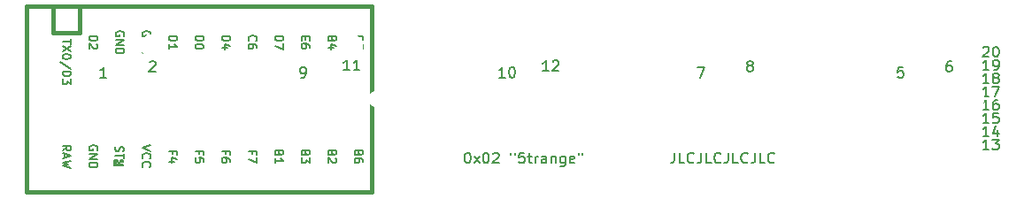
<source format=gto>
%TF.GenerationSoftware,KiCad,Pcbnew,5.99.0+really5.1.10+dfsg1-1*%
%TF.CreationDate,2021-06-06T12:45:26-04:00*%
%TF.ProjectId,5x1,3578312e-6b69-4636-9164-5f7063625858,rev?*%
%TF.SameCoordinates,Original*%
%TF.FileFunction,Legend,Top*%
%TF.FilePolarity,Positive*%
%FSLAX46Y46*%
G04 Gerber Fmt 4.6, Leading zero omitted, Abs format (unit mm)*
G04 Created by KiCad (PCBNEW 5.99.0+really5.1.10+dfsg1-1) date 2021-06-06 12:45:26*
%MOMM*%
%LPD*%
G01*
G04 APERTURE LIST*
%ADD10C,0.150000*%
%ADD11C,0.381000*%
%ADD12C,1.752600*%
%ADD13O,1.000000X1.000000*%
%ADD14C,2.250000*%
%ADD15C,3.987800*%
%ADD16C,1.750000*%
G04 APERTURE END LIST*
D10*
X40886738Y-14628880D02*
X40981976Y-14628880D01*
X41077214Y-14676500D01*
X41124833Y-14724119D01*
X41172452Y-14819357D01*
X41220071Y-15009833D01*
X41220071Y-15247928D01*
X41172452Y-15438404D01*
X41124833Y-15533642D01*
X41077214Y-15581261D01*
X40981976Y-15628880D01*
X40886738Y-15628880D01*
X40791500Y-15581261D01*
X40743880Y-15533642D01*
X40696261Y-15438404D01*
X40648642Y-15247928D01*
X40648642Y-15009833D01*
X40696261Y-14819357D01*
X40743880Y-14724119D01*
X40791500Y-14676500D01*
X40886738Y-14628880D01*
X41553404Y-15628880D02*
X42077214Y-14962214D01*
X41553404Y-14962214D02*
X42077214Y-15628880D01*
X42648642Y-14628880D02*
X42743880Y-14628880D01*
X42839119Y-14676500D01*
X42886738Y-14724119D01*
X42934357Y-14819357D01*
X42981976Y-15009833D01*
X42981976Y-15247928D01*
X42934357Y-15438404D01*
X42886738Y-15533642D01*
X42839119Y-15581261D01*
X42743880Y-15628880D01*
X42648642Y-15628880D01*
X42553404Y-15581261D01*
X42505785Y-15533642D01*
X42458166Y-15438404D01*
X42410547Y-15247928D01*
X42410547Y-15009833D01*
X42458166Y-14819357D01*
X42505785Y-14724119D01*
X42553404Y-14676500D01*
X42648642Y-14628880D01*
X43362928Y-14724119D02*
X43410547Y-14676500D01*
X43505785Y-14628880D01*
X43743880Y-14628880D01*
X43839119Y-14676500D01*
X43886738Y-14724119D01*
X43934357Y-14819357D01*
X43934357Y-14914595D01*
X43886738Y-15057452D01*
X43315309Y-15628880D01*
X43934357Y-15628880D01*
X45077214Y-14628880D02*
X45077214Y-14819357D01*
X45458166Y-14628880D02*
X45458166Y-14819357D01*
X46362928Y-14628880D02*
X45886738Y-14628880D01*
X45839119Y-15105071D01*
X45886738Y-15057452D01*
X45981976Y-15009833D01*
X46220071Y-15009833D01*
X46315309Y-15057452D01*
X46362928Y-15105071D01*
X46410547Y-15200309D01*
X46410547Y-15438404D01*
X46362928Y-15533642D01*
X46315309Y-15581261D01*
X46220071Y-15628880D01*
X45981976Y-15628880D01*
X45886738Y-15581261D01*
X45839119Y-15533642D01*
X46696261Y-14962214D02*
X47077214Y-14962214D01*
X46839119Y-14628880D02*
X46839119Y-15486023D01*
X46886738Y-15581261D01*
X46981976Y-15628880D01*
X47077214Y-15628880D01*
X47410547Y-15628880D02*
X47410547Y-14962214D01*
X47410547Y-15152690D02*
X47458166Y-15057452D01*
X47505785Y-15009833D01*
X47601023Y-14962214D01*
X47696261Y-14962214D01*
X48458166Y-15628880D02*
X48458166Y-15105071D01*
X48410547Y-15009833D01*
X48315309Y-14962214D01*
X48124833Y-14962214D01*
X48029595Y-15009833D01*
X48458166Y-15581261D02*
X48362928Y-15628880D01*
X48124833Y-15628880D01*
X48029595Y-15581261D01*
X47981976Y-15486023D01*
X47981976Y-15390785D01*
X48029595Y-15295547D01*
X48124833Y-15247928D01*
X48362928Y-15247928D01*
X48458166Y-15200309D01*
X48934357Y-14962214D02*
X48934357Y-15628880D01*
X48934357Y-15057452D02*
X48981976Y-15009833D01*
X49077214Y-14962214D01*
X49220071Y-14962214D01*
X49315309Y-15009833D01*
X49362928Y-15105071D01*
X49362928Y-15628880D01*
X50267690Y-14962214D02*
X50267690Y-15771738D01*
X50220071Y-15866976D01*
X50172452Y-15914595D01*
X50077214Y-15962214D01*
X49934357Y-15962214D01*
X49839119Y-15914595D01*
X50267690Y-15581261D02*
X50172452Y-15628880D01*
X49981976Y-15628880D01*
X49886738Y-15581261D01*
X49839119Y-15533642D01*
X49791500Y-15438404D01*
X49791500Y-15152690D01*
X49839119Y-15057452D01*
X49886738Y-15009833D01*
X49981976Y-14962214D01*
X50172452Y-14962214D01*
X50267690Y-15009833D01*
X51124833Y-15581261D02*
X51029595Y-15628880D01*
X50839119Y-15628880D01*
X50743880Y-15581261D01*
X50696261Y-15486023D01*
X50696261Y-15105071D01*
X50743880Y-15009833D01*
X50839119Y-14962214D01*
X51029595Y-14962214D01*
X51124833Y-15009833D01*
X51172452Y-15105071D01*
X51172452Y-15200309D01*
X50696261Y-15295547D01*
X51553404Y-14628880D02*
X51553404Y-14819357D01*
X51934357Y-14628880D02*
X51934357Y-14819357D01*
X60722452Y-14628880D02*
X60722452Y-15343166D01*
X60674833Y-15486023D01*
X60579595Y-15581261D01*
X60436738Y-15628880D01*
X60341500Y-15628880D01*
X61674833Y-15628880D02*
X61198642Y-15628880D01*
X61198642Y-14628880D01*
X62579595Y-15533642D02*
X62531976Y-15581261D01*
X62389119Y-15628880D01*
X62293880Y-15628880D01*
X62151023Y-15581261D01*
X62055785Y-15486023D01*
X62008166Y-15390785D01*
X61960547Y-15200309D01*
X61960547Y-15057452D01*
X62008166Y-14866976D01*
X62055785Y-14771738D01*
X62151023Y-14676500D01*
X62293880Y-14628880D01*
X62389119Y-14628880D01*
X62531976Y-14676500D01*
X62579595Y-14724119D01*
X63293880Y-14628880D02*
X63293880Y-15343166D01*
X63246261Y-15486023D01*
X63151023Y-15581261D01*
X63008166Y-15628880D01*
X62912928Y-15628880D01*
X64246261Y-15628880D02*
X63770071Y-15628880D01*
X63770071Y-14628880D01*
X65151023Y-15533642D02*
X65103404Y-15581261D01*
X64960547Y-15628880D01*
X64865309Y-15628880D01*
X64722452Y-15581261D01*
X64627214Y-15486023D01*
X64579595Y-15390785D01*
X64531976Y-15200309D01*
X64531976Y-15057452D01*
X64579595Y-14866976D01*
X64627214Y-14771738D01*
X64722452Y-14676500D01*
X64865309Y-14628880D01*
X64960547Y-14628880D01*
X65103404Y-14676500D01*
X65151023Y-14724119D01*
X65865309Y-14628880D02*
X65865309Y-15343166D01*
X65817690Y-15486023D01*
X65722452Y-15581261D01*
X65579595Y-15628880D01*
X65484357Y-15628880D01*
X66817690Y-15628880D02*
X66341500Y-15628880D01*
X66341500Y-14628880D01*
X67722452Y-15533642D02*
X67674833Y-15581261D01*
X67531976Y-15628880D01*
X67436738Y-15628880D01*
X67293880Y-15581261D01*
X67198642Y-15486023D01*
X67151023Y-15390785D01*
X67103404Y-15200309D01*
X67103404Y-15057452D01*
X67151023Y-14866976D01*
X67198642Y-14771738D01*
X67293880Y-14676500D01*
X67436738Y-14628880D01*
X67531976Y-14628880D01*
X67674833Y-14676500D01*
X67722452Y-14724119D01*
X68436738Y-14628880D02*
X68436738Y-15343166D01*
X68389119Y-15486023D01*
X68293880Y-15581261D01*
X68151023Y-15628880D01*
X68055785Y-15628880D01*
X69389119Y-15628880D02*
X68912928Y-15628880D01*
X68912928Y-14628880D01*
X70293880Y-15533642D02*
X70246261Y-15581261D01*
X70103404Y-15628880D01*
X70008166Y-15628880D01*
X69865309Y-15581261D01*
X69770071Y-15486023D01*
X69722452Y-15390785D01*
X69674833Y-15200309D01*
X69674833Y-15057452D01*
X69722452Y-14866976D01*
X69770071Y-14771738D01*
X69865309Y-14676500D01*
X70008166Y-14628880D01*
X70103404Y-14628880D01*
X70246261Y-14676500D01*
X70293880Y-14724119D01*
X90805023Y-14358880D02*
X90233595Y-14358880D01*
X90519309Y-14358880D02*
X90519309Y-13358880D01*
X90424071Y-13501738D01*
X90328833Y-13596976D01*
X90233595Y-13644595D01*
X91138357Y-13358880D02*
X91757404Y-13358880D01*
X91424071Y-13739833D01*
X91566928Y-13739833D01*
X91662166Y-13787452D01*
X91709785Y-13835071D01*
X91757404Y-13930309D01*
X91757404Y-14168404D01*
X91709785Y-14263642D01*
X91662166Y-14311261D01*
X91566928Y-14358880D01*
X91281214Y-14358880D01*
X91185976Y-14311261D01*
X91138357Y-14263642D01*
X90805023Y-13088880D02*
X90233595Y-13088880D01*
X90519309Y-13088880D02*
X90519309Y-12088880D01*
X90424071Y-12231738D01*
X90328833Y-12326976D01*
X90233595Y-12374595D01*
X91662166Y-12422214D02*
X91662166Y-13088880D01*
X91424071Y-12041261D02*
X91185976Y-12755547D01*
X91805023Y-12755547D01*
X90805023Y-11818880D02*
X90233595Y-11818880D01*
X90519309Y-11818880D02*
X90519309Y-10818880D01*
X90424071Y-10961738D01*
X90328833Y-11056976D01*
X90233595Y-11104595D01*
X91709785Y-10818880D02*
X91233595Y-10818880D01*
X91185976Y-11295071D01*
X91233595Y-11247452D01*
X91328833Y-11199833D01*
X91566928Y-11199833D01*
X91662166Y-11247452D01*
X91709785Y-11295071D01*
X91757404Y-11390309D01*
X91757404Y-11628404D01*
X91709785Y-11723642D01*
X91662166Y-11771261D01*
X91566928Y-11818880D01*
X91328833Y-11818880D01*
X91233595Y-11771261D01*
X91185976Y-11723642D01*
X90805023Y-10548880D02*
X90233595Y-10548880D01*
X90519309Y-10548880D02*
X90519309Y-9548880D01*
X90424071Y-9691738D01*
X90328833Y-9786976D01*
X90233595Y-9834595D01*
X91662166Y-9548880D02*
X91471690Y-9548880D01*
X91376452Y-9596500D01*
X91328833Y-9644119D01*
X91233595Y-9786976D01*
X91185976Y-9977452D01*
X91185976Y-10358404D01*
X91233595Y-10453642D01*
X91281214Y-10501261D01*
X91376452Y-10548880D01*
X91566928Y-10548880D01*
X91662166Y-10501261D01*
X91709785Y-10453642D01*
X91757404Y-10358404D01*
X91757404Y-10120309D01*
X91709785Y-10025071D01*
X91662166Y-9977452D01*
X91566928Y-9929833D01*
X91376452Y-9929833D01*
X91281214Y-9977452D01*
X91233595Y-10025071D01*
X91185976Y-10120309D01*
X90805023Y-9278880D02*
X90233595Y-9278880D01*
X90519309Y-9278880D02*
X90519309Y-8278880D01*
X90424071Y-8421738D01*
X90328833Y-8516976D01*
X90233595Y-8564595D01*
X91138357Y-8278880D02*
X91805023Y-8278880D01*
X91376452Y-9278880D01*
X90805023Y-8008880D02*
X90233595Y-8008880D01*
X90519309Y-8008880D02*
X90519309Y-7008880D01*
X90424071Y-7151738D01*
X90328833Y-7246976D01*
X90233595Y-7294595D01*
X91376452Y-7437452D02*
X91281214Y-7389833D01*
X91233595Y-7342214D01*
X91185976Y-7246976D01*
X91185976Y-7199357D01*
X91233595Y-7104119D01*
X91281214Y-7056500D01*
X91376452Y-7008880D01*
X91566928Y-7008880D01*
X91662166Y-7056500D01*
X91709785Y-7104119D01*
X91757404Y-7199357D01*
X91757404Y-7246976D01*
X91709785Y-7342214D01*
X91662166Y-7389833D01*
X91566928Y-7437452D01*
X91376452Y-7437452D01*
X91281214Y-7485071D01*
X91233595Y-7532690D01*
X91185976Y-7627928D01*
X91185976Y-7818404D01*
X91233595Y-7913642D01*
X91281214Y-7961261D01*
X91376452Y-8008880D01*
X91566928Y-8008880D01*
X91662166Y-7961261D01*
X91709785Y-7913642D01*
X91757404Y-7818404D01*
X91757404Y-7627928D01*
X91709785Y-7532690D01*
X91662166Y-7485071D01*
X91566928Y-7437452D01*
X90805023Y-6738880D02*
X90233595Y-6738880D01*
X90519309Y-6738880D02*
X90519309Y-5738880D01*
X90424071Y-5881738D01*
X90328833Y-5976976D01*
X90233595Y-6024595D01*
X91281214Y-6738880D02*
X91471690Y-6738880D01*
X91566928Y-6691261D01*
X91614547Y-6643642D01*
X91709785Y-6500785D01*
X91757404Y-6310309D01*
X91757404Y-5929357D01*
X91709785Y-5834119D01*
X91662166Y-5786500D01*
X91566928Y-5738880D01*
X91376452Y-5738880D01*
X91281214Y-5786500D01*
X91233595Y-5834119D01*
X91185976Y-5929357D01*
X91185976Y-6167452D01*
X91233595Y-6262690D01*
X91281214Y-6310309D01*
X91376452Y-6357928D01*
X91566928Y-6357928D01*
X91662166Y-6310309D01*
X91709785Y-6262690D01*
X91757404Y-6167452D01*
X90233595Y-4564119D02*
X90281214Y-4516500D01*
X90376452Y-4468880D01*
X90614547Y-4468880D01*
X90709785Y-4516500D01*
X90757404Y-4564119D01*
X90805023Y-4659357D01*
X90805023Y-4754595D01*
X90757404Y-4897452D01*
X90185976Y-5468880D01*
X90805023Y-5468880D01*
X91424071Y-4468880D02*
X91519309Y-4468880D01*
X91614547Y-4516500D01*
X91662166Y-4564119D01*
X91709785Y-4659357D01*
X91757404Y-4849833D01*
X91757404Y-5087928D01*
X91709785Y-5278404D01*
X91662166Y-5373642D01*
X91614547Y-5421261D01*
X91519309Y-5468880D01*
X91424071Y-5468880D01*
X91328833Y-5421261D01*
X91281214Y-5373642D01*
X91233595Y-5278404D01*
X91185976Y-5087928D01*
X91185976Y-4849833D01*
X91233595Y-4659357D01*
X91281214Y-4564119D01*
X91328833Y-4516500D01*
X91424071Y-4468880D01*
X87185476Y-5865880D02*
X86995000Y-5865880D01*
X86899761Y-5913500D01*
X86852142Y-5961119D01*
X86756904Y-6103976D01*
X86709285Y-6294452D01*
X86709285Y-6675404D01*
X86756904Y-6770642D01*
X86804523Y-6818261D01*
X86899761Y-6865880D01*
X87090238Y-6865880D01*
X87185476Y-6818261D01*
X87233095Y-6770642D01*
X87280714Y-6675404D01*
X87280714Y-6437309D01*
X87233095Y-6342071D01*
X87185476Y-6294452D01*
X87090238Y-6246833D01*
X86899761Y-6246833D01*
X86804523Y-6294452D01*
X86756904Y-6342071D01*
X86709285Y-6437309D01*
X82597595Y-6437380D02*
X82121404Y-6437380D01*
X82073785Y-6913571D01*
X82121404Y-6865952D01*
X82216642Y-6818333D01*
X82454738Y-6818333D01*
X82549976Y-6865952D01*
X82597595Y-6913571D01*
X82645214Y-7008809D01*
X82645214Y-7246904D01*
X82597595Y-7342142D01*
X82549976Y-7389761D01*
X82454738Y-7437380D01*
X82216642Y-7437380D01*
X82121404Y-7389761D01*
X82073785Y-7342142D01*
X67849761Y-6294452D02*
X67754523Y-6246833D01*
X67706904Y-6199214D01*
X67659285Y-6103976D01*
X67659285Y-6056357D01*
X67706904Y-5961119D01*
X67754523Y-5913500D01*
X67849761Y-5865880D01*
X68040238Y-5865880D01*
X68135476Y-5913500D01*
X68183095Y-5961119D01*
X68230714Y-6056357D01*
X68230714Y-6103976D01*
X68183095Y-6199214D01*
X68135476Y-6246833D01*
X68040238Y-6294452D01*
X67849761Y-6294452D01*
X67754523Y-6342071D01*
X67706904Y-6389690D01*
X67659285Y-6484928D01*
X67659285Y-6675404D01*
X67706904Y-6770642D01*
X67754523Y-6818261D01*
X67849761Y-6865880D01*
X68040238Y-6865880D01*
X68135476Y-6818261D01*
X68183095Y-6770642D01*
X68230714Y-6675404D01*
X68230714Y-6484928D01*
X68183095Y-6389690D01*
X68135476Y-6342071D01*
X68040238Y-6294452D01*
X62912666Y-6437380D02*
X63579333Y-6437380D01*
X63150761Y-7437380D01*
X48704523Y-6802380D02*
X48133095Y-6802380D01*
X48418809Y-6802380D02*
X48418809Y-5802380D01*
X48323571Y-5945238D01*
X48228333Y-6040476D01*
X48133095Y-6088095D01*
X49085476Y-5897619D02*
X49133095Y-5850000D01*
X49228333Y-5802380D01*
X49466428Y-5802380D01*
X49561666Y-5850000D01*
X49609285Y-5897619D01*
X49656904Y-5992857D01*
X49656904Y-6088095D01*
X49609285Y-6230952D01*
X49037857Y-6802380D01*
X49656904Y-6802380D01*
X44513523Y-7437380D02*
X43942095Y-7437380D01*
X44227809Y-7437380D02*
X44227809Y-6437380D01*
X44132571Y-6580238D01*
X44037333Y-6675476D01*
X43942095Y-6723095D01*
X45132571Y-6437380D02*
X45227809Y-6437380D01*
X45323047Y-6485000D01*
X45370666Y-6532619D01*
X45418285Y-6627857D01*
X45465904Y-6818333D01*
X45465904Y-7056428D01*
X45418285Y-7246904D01*
X45370666Y-7342142D01*
X45323047Y-7389761D01*
X45227809Y-7437380D01*
X45132571Y-7437380D01*
X45037333Y-7389761D01*
X44989714Y-7342142D01*
X44942095Y-7246904D01*
X44894476Y-7056428D01*
X44894476Y-6818333D01*
X44942095Y-6627857D01*
X44989714Y-6532619D01*
X45037333Y-6485000D01*
X45132571Y-6437380D01*
X29654523Y-6738880D02*
X29083095Y-6738880D01*
X29368809Y-6738880D02*
X29368809Y-5738880D01*
X29273571Y-5881738D01*
X29178333Y-5976976D01*
X29083095Y-6024595D01*
X30606904Y-6738880D02*
X30035476Y-6738880D01*
X30321190Y-6738880D02*
X30321190Y-5738880D01*
X30225952Y-5881738D01*
X30130714Y-5976976D01*
X30035476Y-6024595D01*
X25019023Y-7437380D02*
X25209500Y-7437380D01*
X25304738Y-7389761D01*
X25352357Y-7342142D01*
X25447595Y-7199285D01*
X25495214Y-7008809D01*
X25495214Y-6627857D01*
X25447595Y-6532619D01*
X25399976Y-6485000D01*
X25304738Y-6437380D01*
X25114261Y-6437380D01*
X25019023Y-6485000D01*
X24971404Y-6532619D01*
X24923785Y-6627857D01*
X24923785Y-6865952D01*
X24971404Y-6961190D01*
X25019023Y-7008809D01*
X25114261Y-7056428D01*
X25304738Y-7056428D01*
X25399976Y-7008809D01*
X25447595Y-6961190D01*
X25495214Y-6865952D01*
X10509285Y-5961119D02*
X10556904Y-5913500D01*
X10652142Y-5865880D01*
X10890238Y-5865880D01*
X10985476Y-5913500D01*
X11033095Y-5961119D01*
X11080714Y-6056357D01*
X11080714Y-6151595D01*
X11033095Y-6294452D01*
X10461666Y-6865880D01*
X11080714Y-6865880D01*
X6381714Y-7437380D02*
X5810285Y-7437380D01*
X6096000Y-7437380D02*
X6096000Y-6437380D01*
X6000761Y-6580238D01*
X5905523Y-6675476D01*
X5810285Y-6723095D01*
D11*
%TO.C,U1*%
X3810000Y-3175000D02*
X3810000Y-635000D01*
X1270000Y-3175000D02*
X3810000Y-3175000D01*
D10*
G36*
X7559030Y-15569635D02*
G01*
X7659030Y-15569635D01*
X7659030Y-15669635D01*
X7559030Y-15669635D01*
X7559030Y-15569635D01*
G37*
X7559030Y-15569635D02*
X7659030Y-15569635D01*
X7659030Y-15669635D01*
X7559030Y-15669635D01*
X7559030Y-15569635D01*
G36*
X7159030Y-15769635D02*
G01*
X7959030Y-15769635D01*
X7959030Y-15869635D01*
X7159030Y-15869635D01*
X7159030Y-15769635D01*
G37*
X7159030Y-15769635D02*
X7959030Y-15769635D01*
X7959030Y-15869635D01*
X7159030Y-15869635D01*
X7159030Y-15769635D01*
G36*
X7759030Y-15369635D02*
G01*
X7959030Y-15369635D01*
X7959030Y-15469635D01*
X7759030Y-15469635D01*
X7759030Y-15369635D01*
G37*
X7759030Y-15369635D02*
X7959030Y-15369635D01*
X7959030Y-15469635D01*
X7759030Y-15469635D01*
X7759030Y-15369635D01*
G36*
X7159030Y-15369635D02*
G01*
X7459030Y-15369635D01*
X7459030Y-15469635D01*
X7159030Y-15469635D01*
X7159030Y-15369635D01*
G37*
X7159030Y-15369635D02*
X7459030Y-15369635D01*
X7459030Y-15469635D01*
X7159030Y-15469635D01*
X7159030Y-15369635D01*
G36*
X7159030Y-15369635D02*
G01*
X7259030Y-15369635D01*
X7259030Y-15869635D01*
X7159030Y-15869635D01*
X7159030Y-15369635D01*
G37*
X7159030Y-15369635D02*
X7259030Y-15369635D01*
X7259030Y-15869635D01*
X7159030Y-15869635D01*
X7159030Y-15369635D01*
D11*
X31750000Y-18415000D02*
X-1270000Y-18415000D01*
X31750000Y-635000D02*
X31750000Y-18415000D01*
X-1270000Y-635000D02*
X31750000Y-635000D01*
X-1270000Y-18415000D02*
X-1270000Y-635000D01*
X1270000Y-3175000D02*
X1270000Y-635000D01*
D10*
X7276190Y-14031666D02*
X7238095Y-14145952D01*
X7238095Y-14336428D01*
X7276190Y-14412619D01*
X7314285Y-14450714D01*
X7390476Y-14488809D01*
X7466666Y-14488809D01*
X7542857Y-14450714D01*
X7580952Y-14412619D01*
X7619047Y-14336428D01*
X7657142Y-14184047D01*
X7695238Y-14107857D01*
X7733333Y-14069761D01*
X7809523Y-14031666D01*
X7885714Y-14031666D01*
X7961904Y-14069761D01*
X8000000Y-14107857D01*
X8038095Y-14184047D01*
X8038095Y-14374523D01*
X8000000Y-14488809D01*
X8038095Y-14717380D02*
X8038095Y-15174523D01*
X7238095Y-14945952D02*
X8038095Y-14945952D01*
X2978095Y-3762651D02*
X2978095Y-4219794D01*
X2178095Y-3991223D02*
X2978095Y-3991223D01*
X2978095Y-4410270D02*
X2178095Y-4943604D01*
X2978095Y-4943604D02*
X2178095Y-4410270D01*
X2978095Y-5400747D02*
X2978095Y-5476937D01*
X2940000Y-5553128D01*
X2901904Y-5591223D01*
X2825714Y-5629318D01*
X2673333Y-5667413D01*
X2482857Y-5667413D01*
X2330476Y-5629318D01*
X2254285Y-5591223D01*
X2216190Y-5553128D01*
X2178095Y-5476937D01*
X2178095Y-5400747D01*
X2216190Y-5324556D01*
X2254285Y-5286461D01*
X2330476Y-5248366D01*
X2482857Y-5210270D01*
X2673333Y-5210270D01*
X2825714Y-5248366D01*
X2901904Y-5286461D01*
X2940000Y-5324556D01*
X2978095Y-5400747D01*
X3016190Y-6581699D02*
X1987619Y-5895985D01*
X2178095Y-6848366D02*
X2978095Y-6848366D01*
X2978095Y-7038842D01*
X2940000Y-7153128D01*
X2863809Y-7229318D01*
X2787619Y-7267413D01*
X2635238Y-7305508D01*
X2520952Y-7305508D01*
X2368571Y-7267413D01*
X2292380Y-7229318D01*
X2216190Y-7153128D01*
X2178095Y-7038842D01*
X2178095Y-6848366D01*
X2978095Y-7572175D02*
X2978095Y-8067413D01*
X2673333Y-7800747D01*
X2673333Y-7915032D01*
X2635238Y-7991223D01*
X2597142Y-8029318D01*
X2520952Y-8067413D01*
X2330476Y-8067413D01*
X2254285Y-8029318D01*
X2216190Y-7991223D01*
X2178095Y-7915032D01*
X2178095Y-7686461D01*
X2216190Y-7610270D01*
X2254285Y-7572175D01*
X27997142Y-14662190D02*
X27959047Y-14776476D01*
X27920952Y-14814571D01*
X27844761Y-14852666D01*
X27730476Y-14852666D01*
X27654285Y-14814571D01*
X27616190Y-14776476D01*
X27578095Y-14700285D01*
X27578095Y-14395523D01*
X28378095Y-14395523D01*
X28378095Y-14662190D01*
X28340000Y-14738380D01*
X28301904Y-14776476D01*
X28225714Y-14814571D01*
X28149523Y-14814571D01*
X28073333Y-14776476D01*
X28035238Y-14738380D01*
X27997142Y-14662190D01*
X27997142Y-14395523D01*
X28301904Y-15157428D02*
X28340000Y-15195523D01*
X28378095Y-15271714D01*
X28378095Y-15462190D01*
X28340000Y-15538380D01*
X28301904Y-15576476D01*
X28225714Y-15614571D01*
X28149523Y-15614571D01*
X28035238Y-15576476D01*
X27578095Y-15119333D01*
X27578095Y-15614571D01*
X20377142Y-14719333D02*
X20377142Y-14452666D01*
X19958095Y-14452666D02*
X20758095Y-14452666D01*
X20758095Y-14833619D01*
X20758095Y-15062190D02*
X20758095Y-15595523D01*
X19958095Y-15252666D01*
X17837142Y-14719333D02*
X17837142Y-14452666D01*
X17418095Y-14452666D02*
X18218095Y-14452666D01*
X18218095Y-14833619D01*
X18218095Y-15481238D02*
X18218095Y-15328857D01*
X18180000Y-15252666D01*
X18141904Y-15214571D01*
X18027619Y-15138380D01*
X17875238Y-15100285D01*
X17570476Y-15100285D01*
X17494285Y-15138380D01*
X17456190Y-15176476D01*
X17418095Y-15252666D01*
X17418095Y-15405047D01*
X17456190Y-15481238D01*
X17494285Y-15519333D01*
X17570476Y-15557428D01*
X17760952Y-15557428D01*
X17837142Y-15519333D01*
X17875238Y-15481238D01*
X17913333Y-15405047D01*
X17913333Y-15252666D01*
X17875238Y-15176476D01*
X17837142Y-15138380D01*
X17760952Y-15100285D01*
X15297142Y-14719333D02*
X15297142Y-14452666D01*
X14878095Y-14452666D02*
X15678095Y-14452666D01*
X15678095Y-14833619D01*
X15678095Y-15519333D02*
X15678095Y-15138380D01*
X15297142Y-15100285D01*
X15335238Y-15138380D01*
X15373333Y-15214571D01*
X15373333Y-15405047D01*
X15335238Y-15481238D01*
X15297142Y-15519333D01*
X15220952Y-15557428D01*
X15030476Y-15557428D01*
X14954285Y-15519333D01*
X14916190Y-15481238D01*
X14878095Y-15405047D01*
X14878095Y-15214571D01*
X14916190Y-15138380D01*
X14954285Y-15100285D01*
X2178095Y-14433619D02*
X2559047Y-14166952D01*
X2178095Y-13976476D02*
X2978095Y-13976476D01*
X2978095Y-14281238D01*
X2940000Y-14357428D01*
X2901904Y-14395523D01*
X2825714Y-14433619D01*
X2711428Y-14433619D01*
X2635238Y-14395523D01*
X2597142Y-14357428D01*
X2559047Y-14281238D01*
X2559047Y-13976476D01*
X2406666Y-14738380D02*
X2406666Y-15119333D01*
X2178095Y-14662190D02*
X2978095Y-14928857D01*
X2178095Y-15195523D01*
X2978095Y-15386000D02*
X2178095Y-15576476D01*
X2749523Y-15728857D01*
X2178095Y-15881238D01*
X2978095Y-16071714D01*
X5480000Y-14376476D02*
X5518095Y-14300285D01*
X5518095Y-14186000D01*
X5480000Y-14071714D01*
X5403809Y-13995523D01*
X5327619Y-13957428D01*
X5175238Y-13919333D01*
X5060952Y-13919333D01*
X4908571Y-13957428D01*
X4832380Y-13995523D01*
X4756190Y-14071714D01*
X4718095Y-14186000D01*
X4718095Y-14262190D01*
X4756190Y-14376476D01*
X4794285Y-14414571D01*
X5060952Y-14414571D01*
X5060952Y-14262190D01*
X4718095Y-14757428D02*
X5518095Y-14757428D01*
X4718095Y-15214571D01*
X5518095Y-15214571D01*
X4718095Y-15595523D02*
X5518095Y-15595523D01*
X5518095Y-15786000D01*
X5480000Y-15900285D01*
X5403809Y-15976476D01*
X5327619Y-16014571D01*
X5175238Y-16052666D01*
X5060952Y-16052666D01*
X4908571Y-16014571D01*
X4832380Y-15976476D01*
X4756190Y-15900285D01*
X4718095Y-15786000D01*
X4718095Y-15595523D01*
X10598095Y-13919333D02*
X9798095Y-14186000D01*
X10598095Y-14452666D01*
X9874285Y-15176476D02*
X9836190Y-15138380D01*
X9798095Y-15024095D01*
X9798095Y-14947904D01*
X9836190Y-14833619D01*
X9912380Y-14757428D01*
X9988571Y-14719333D01*
X10140952Y-14681238D01*
X10255238Y-14681238D01*
X10407619Y-14719333D01*
X10483809Y-14757428D01*
X10560000Y-14833619D01*
X10598095Y-14947904D01*
X10598095Y-15024095D01*
X10560000Y-15138380D01*
X10521904Y-15176476D01*
X9874285Y-15976476D02*
X9836190Y-15938380D01*
X9798095Y-15824095D01*
X9798095Y-15747904D01*
X9836190Y-15633619D01*
X9912380Y-15557428D01*
X9988571Y-15519333D01*
X10140952Y-15481238D01*
X10255238Y-15481238D01*
X10407619Y-15519333D01*
X10483809Y-15557428D01*
X10560000Y-15633619D01*
X10598095Y-15747904D01*
X10598095Y-15824095D01*
X10560000Y-15938380D01*
X10521904Y-15976476D01*
X12757142Y-14719333D02*
X12757142Y-14452666D01*
X12338095Y-14452666D02*
X13138095Y-14452666D01*
X13138095Y-14833619D01*
X12871428Y-15481238D02*
X12338095Y-15481238D01*
X13176190Y-15290761D02*
X12604761Y-15100285D01*
X12604761Y-15595523D01*
X22917142Y-14662190D02*
X22879047Y-14776476D01*
X22840952Y-14814571D01*
X22764761Y-14852666D01*
X22650476Y-14852666D01*
X22574285Y-14814571D01*
X22536190Y-14776476D01*
X22498095Y-14700285D01*
X22498095Y-14395523D01*
X23298095Y-14395523D01*
X23298095Y-14662190D01*
X23260000Y-14738380D01*
X23221904Y-14776476D01*
X23145714Y-14814571D01*
X23069523Y-14814571D01*
X22993333Y-14776476D01*
X22955238Y-14738380D01*
X22917142Y-14662190D01*
X22917142Y-14395523D01*
X22498095Y-15614571D02*
X22498095Y-15157428D01*
X22498095Y-15386000D02*
X23298095Y-15386000D01*
X23183809Y-15309809D01*
X23107619Y-15233619D01*
X23069523Y-15157428D01*
X25457142Y-14662190D02*
X25419047Y-14776476D01*
X25380952Y-14814571D01*
X25304761Y-14852666D01*
X25190476Y-14852666D01*
X25114285Y-14814571D01*
X25076190Y-14776476D01*
X25038095Y-14700285D01*
X25038095Y-14395523D01*
X25838095Y-14395523D01*
X25838095Y-14662190D01*
X25800000Y-14738380D01*
X25761904Y-14776476D01*
X25685714Y-14814571D01*
X25609523Y-14814571D01*
X25533333Y-14776476D01*
X25495238Y-14738380D01*
X25457142Y-14662190D01*
X25457142Y-14395523D01*
X25838095Y-15119333D02*
X25838095Y-15614571D01*
X25533333Y-15347904D01*
X25533333Y-15462190D01*
X25495238Y-15538380D01*
X25457142Y-15576476D01*
X25380952Y-15614571D01*
X25190476Y-15614571D01*
X25114285Y-15576476D01*
X25076190Y-15538380D01*
X25038095Y-15462190D01*
X25038095Y-15233619D01*
X25076190Y-15157428D01*
X25114285Y-15119333D01*
X30537142Y-14662190D02*
X30499047Y-14776476D01*
X30460952Y-14814571D01*
X30384761Y-14852666D01*
X30270476Y-14852666D01*
X30194285Y-14814571D01*
X30156190Y-14776476D01*
X30118095Y-14700285D01*
X30118095Y-14395523D01*
X30918095Y-14395523D01*
X30918095Y-14662190D01*
X30880000Y-14738380D01*
X30841904Y-14776476D01*
X30765714Y-14814571D01*
X30689523Y-14814571D01*
X30613333Y-14776476D01*
X30575238Y-14738380D01*
X30537142Y-14662190D01*
X30537142Y-14395523D01*
X30918095Y-15538380D02*
X30918095Y-15386000D01*
X30880000Y-15309809D01*
X30841904Y-15271714D01*
X30727619Y-15195523D01*
X30575238Y-15157428D01*
X30270476Y-15157428D01*
X30194285Y-15195523D01*
X30156190Y-15233619D01*
X30118095Y-15309809D01*
X30118095Y-15462190D01*
X30156190Y-15538380D01*
X30194285Y-15576476D01*
X30270476Y-15614571D01*
X30460952Y-15614571D01*
X30537142Y-15576476D01*
X30575238Y-15538380D01*
X30613333Y-15462190D01*
X30613333Y-15309809D01*
X30575238Y-15233619D01*
X30537142Y-15195523D01*
X30460952Y-15157428D01*
X30537142Y-3740190D02*
X30499047Y-3854476D01*
X30460952Y-3892571D01*
X30384761Y-3930666D01*
X30270476Y-3930666D01*
X30194285Y-3892571D01*
X30156190Y-3854476D01*
X30118095Y-3778285D01*
X30118095Y-3473523D01*
X30918095Y-3473523D01*
X30918095Y-3740190D01*
X30880000Y-3816380D01*
X30841904Y-3854476D01*
X30765714Y-3892571D01*
X30689523Y-3892571D01*
X30613333Y-3854476D01*
X30575238Y-3816380D01*
X30537142Y-3740190D01*
X30537142Y-3473523D01*
X30918095Y-4654476D02*
X30918095Y-4273523D01*
X30537142Y-4235428D01*
X30575238Y-4273523D01*
X30613333Y-4349714D01*
X30613333Y-4540190D01*
X30575238Y-4616380D01*
X30537142Y-4654476D01*
X30460952Y-4692571D01*
X30270476Y-4692571D01*
X30194285Y-4654476D01*
X30156190Y-4616380D01*
X30118095Y-4540190D01*
X30118095Y-4349714D01*
X30156190Y-4273523D01*
X30194285Y-4235428D01*
X27997142Y-3740190D02*
X27959047Y-3854476D01*
X27920952Y-3892571D01*
X27844761Y-3930666D01*
X27730476Y-3930666D01*
X27654285Y-3892571D01*
X27616190Y-3854476D01*
X27578095Y-3778285D01*
X27578095Y-3473523D01*
X28378095Y-3473523D01*
X28378095Y-3740190D01*
X28340000Y-3816380D01*
X28301904Y-3854476D01*
X28225714Y-3892571D01*
X28149523Y-3892571D01*
X28073333Y-3854476D01*
X28035238Y-3816380D01*
X27997142Y-3740190D01*
X27997142Y-3473523D01*
X28111428Y-4616380D02*
X27578095Y-4616380D01*
X28416190Y-4425904D02*
X27844761Y-4235428D01*
X27844761Y-4730666D01*
X25457142Y-3511619D02*
X25457142Y-3778285D01*
X25038095Y-3892571D02*
X25038095Y-3511619D01*
X25838095Y-3511619D01*
X25838095Y-3892571D01*
X25838095Y-4578285D02*
X25838095Y-4425904D01*
X25800000Y-4349714D01*
X25761904Y-4311619D01*
X25647619Y-4235428D01*
X25495238Y-4197333D01*
X25190476Y-4197333D01*
X25114285Y-4235428D01*
X25076190Y-4273523D01*
X25038095Y-4349714D01*
X25038095Y-4502095D01*
X25076190Y-4578285D01*
X25114285Y-4616380D01*
X25190476Y-4654476D01*
X25380952Y-4654476D01*
X25457142Y-4616380D01*
X25495238Y-4578285D01*
X25533333Y-4502095D01*
X25533333Y-4349714D01*
X25495238Y-4273523D01*
X25457142Y-4235428D01*
X25380952Y-4197333D01*
X22498095Y-3473523D02*
X23298095Y-3473523D01*
X23298095Y-3664000D01*
X23260000Y-3778285D01*
X23183809Y-3854476D01*
X23107619Y-3892571D01*
X22955238Y-3930666D01*
X22840952Y-3930666D01*
X22688571Y-3892571D01*
X22612380Y-3854476D01*
X22536190Y-3778285D01*
X22498095Y-3664000D01*
X22498095Y-3473523D01*
X23298095Y-4197333D02*
X23298095Y-4730666D01*
X22498095Y-4387809D01*
X20034285Y-3930666D02*
X19996190Y-3892571D01*
X19958095Y-3778285D01*
X19958095Y-3702095D01*
X19996190Y-3587809D01*
X20072380Y-3511619D01*
X20148571Y-3473523D01*
X20300952Y-3435428D01*
X20415238Y-3435428D01*
X20567619Y-3473523D01*
X20643809Y-3511619D01*
X20720000Y-3587809D01*
X20758095Y-3702095D01*
X20758095Y-3778285D01*
X20720000Y-3892571D01*
X20681904Y-3930666D01*
X20758095Y-4616380D02*
X20758095Y-4464000D01*
X20720000Y-4387809D01*
X20681904Y-4349714D01*
X20567619Y-4273523D01*
X20415238Y-4235428D01*
X20110476Y-4235428D01*
X20034285Y-4273523D01*
X19996190Y-4311619D01*
X19958095Y-4387809D01*
X19958095Y-4540190D01*
X19996190Y-4616380D01*
X20034285Y-4654476D01*
X20110476Y-4692571D01*
X20300952Y-4692571D01*
X20377142Y-4654476D01*
X20415238Y-4616380D01*
X20453333Y-4540190D01*
X20453333Y-4387809D01*
X20415238Y-4311619D01*
X20377142Y-4273523D01*
X20300952Y-4235428D01*
X17418095Y-3473523D02*
X18218095Y-3473523D01*
X18218095Y-3664000D01*
X18180000Y-3778285D01*
X18103809Y-3854476D01*
X18027619Y-3892571D01*
X17875238Y-3930666D01*
X17760952Y-3930666D01*
X17608571Y-3892571D01*
X17532380Y-3854476D01*
X17456190Y-3778285D01*
X17418095Y-3664000D01*
X17418095Y-3473523D01*
X17951428Y-4616380D02*
X17418095Y-4616380D01*
X18256190Y-4425904D02*
X17684761Y-4235428D01*
X17684761Y-4730666D01*
X8020000Y-3454476D02*
X8058095Y-3378285D01*
X8058095Y-3264000D01*
X8020000Y-3149714D01*
X7943809Y-3073523D01*
X7867619Y-3035428D01*
X7715238Y-2997333D01*
X7600952Y-2997333D01*
X7448571Y-3035428D01*
X7372380Y-3073523D01*
X7296190Y-3149714D01*
X7258095Y-3264000D01*
X7258095Y-3340190D01*
X7296190Y-3454476D01*
X7334285Y-3492571D01*
X7600952Y-3492571D01*
X7600952Y-3340190D01*
X7258095Y-3835428D02*
X8058095Y-3835428D01*
X7258095Y-4292571D01*
X8058095Y-4292571D01*
X7258095Y-4673523D02*
X8058095Y-4673523D01*
X8058095Y-4864000D01*
X8020000Y-4978285D01*
X7943809Y-5054476D01*
X7867619Y-5092571D01*
X7715238Y-5130666D01*
X7600952Y-5130666D01*
X7448571Y-5092571D01*
X7372380Y-5054476D01*
X7296190Y-4978285D01*
X7258095Y-4864000D01*
X7258095Y-4673523D01*
X10560000Y-3454476D02*
X10598095Y-3378285D01*
X10598095Y-3264000D01*
X10560000Y-3149714D01*
X10483809Y-3073523D01*
X10407619Y-3035428D01*
X10255238Y-2997333D01*
X10140952Y-2997333D01*
X9988571Y-3035428D01*
X9912380Y-3073523D01*
X9836190Y-3149714D01*
X9798095Y-3264000D01*
X9798095Y-3340190D01*
X9836190Y-3454476D01*
X9874285Y-3492571D01*
X10140952Y-3492571D01*
X10140952Y-3340190D01*
X9798095Y-3835428D02*
X10598095Y-3835428D01*
X9798095Y-4292571D01*
X10598095Y-4292571D01*
X9798095Y-4673523D02*
X10598095Y-4673523D01*
X10598095Y-4864000D01*
X10560000Y-4978285D01*
X10483809Y-5054476D01*
X10407619Y-5092571D01*
X10255238Y-5130666D01*
X10140952Y-5130666D01*
X9988571Y-5092571D01*
X9912380Y-5054476D01*
X9836190Y-4978285D01*
X9798095Y-4864000D01*
X9798095Y-4673523D01*
X12338095Y-3473523D02*
X13138095Y-3473523D01*
X13138095Y-3664000D01*
X13100000Y-3778285D01*
X13023809Y-3854476D01*
X12947619Y-3892571D01*
X12795238Y-3930666D01*
X12680952Y-3930666D01*
X12528571Y-3892571D01*
X12452380Y-3854476D01*
X12376190Y-3778285D01*
X12338095Y-3664000D01*
X12338095Y-3473523D01*
X12338095Y-4692571D02*
X12338095Y-4235428D01*
X12338095Y-4464000D02*
X13138095Y-4464000D01*
X13023809Y-4387809D01*
X12947619Y-4311619D01*
X12909523Y-4235428D01*
X14878095Y-3473523D02*
X15678095Y-3473523D01*
X15678095Y-3664000D01*
X15640000Y-3778285D01*
X15563809Y-3854476D01*
X15487619Y-3892571D01*
X15335238Y-3930666D01*
X15220952Y-3930666D01*
X15068571Y-3892571D01*
X14992380Y-3854476D01*
X14916190Y-3778285D01*
X14878095Y-3664000D01*
X14878095Y-3473523D01*
X15678095Y-4425904D02*
X15678095Y-4502095D01*
X15640000Y-4578285D01*
X15601904Y-4616380D01*
X15525714Y-4654476D01*
X15373333Y-4692571D01*
X15182857Y-4692571D01*
X15030476Y-4654476D01*
X14954285Y-4616380D01*
X14916190Y-4578285D01*
X14878095Y-4502095D01*
X14878095Y-4425904D01*
X14916190Y-4349714D01*
X14954285Y-4311619D01*
X15030476Y-4273523D01*
X15182857Y-4235428D01*
X15373333Y-4235428D01*
X15525714Y-4273523D01*
X15601904Y-4311619D01*
X15640000Y-4349714D01*
X15678095Y-4425904D01*
X4718095Y-3473523D02*
X5518095Y-3473523D01*
X5518095Y-3664000D01*
X5480000Y-3778285D01*
X5403809Y-3854476D01*
X5327619Y-3892571D01*
X5175238Y-3930666D01*
X5060952Y-3930666D01*
X4908571Y-3892571D01*
X4832380Y-3854476D01*
X4756190Y-3778285D01*
X4718095Y-3664000D01*
X4718095Y-3473523D01*
X5441904Y-4235428D02*
X5480000Y-4273523D01*
X5518095Y-4349714D01*
X5518095Y-4540190D01*
X5480000Y-4616380D01*
X5441904Y-4654476D01*
X5365714Y-4692571D01*
X5289523Y-4692571D01*
X5175238Y-4654476D01*
X4718095Y-4197333D01*
X4718095Y-4692571D01*
%TD*%
%LPC*%
D12*
%TO.C,U1*%
X2540000Y-17145000D03*
X30480000Y-1905000D03*
X5080000Y-17145000D03*
X7620000Y-17145000D03*
X10160000Y-17145000D03*
X12700000Y-17145000D03*
X15240000Y-17145000D03*
X17780000Y-17145000D03*
X20320000Y-17145000D03*
X22860000Y-17145000D03*
X25400000Y-17145000D03*
X27940000Y-17145000D03*
X30480000Y-17145000D03*
X27940000Y-1905000D03*
X25400000Y-1905000D03*
X22860000Y-1905000D03*
X20320000Y-1905000D03*
X17780000Y-1905000D03*
X15240000Y-1905000D03*
X12700000Y-1905000D03*
X10160000Y-1905000D03*
X7620000Y-1905000D03*
X5080000Y-1905000D03*
G36*
G01*
X1663700Y-2343150D02*
X1663700Y-1466850D01*
G75*
G02*
X2101850Y-1028700I438150J0D01*
G01*
X2978150Y-1028700D01*
G75*
G02*
X3416300Y-1466850I0J-438150D01*
G01*
X3416300Y-2343150D01*
G75*
G02*
X2978150Y-2781300I-438150J0D01*
G01*
X2101850Y-2781300D01*
G75*
G02*
X1663700Y-2343150I0J438150D01*
G01*
G37*
%TD*%
D13*
%TO.C,J_0*%
X92583000Y-15176500D03*
X92583000Y-13906500D03*
X92583000Y-12636500D03*
X92583000Y-11366500D03*
X92583000Y-10096500D03*
X92583000Y-8826500D03*
X92583000Y-7556500D03*
X92583000Y-6286500D03*
X92583000Y-5016500D03*
G36*
G01*
X92083000Y-3996500D02*
X92083000Y-3496500D01*
G75*
G02*
X92333000Y-3246500I250000J0D01*
G01*
X92833000Y-3246500D01*
G75*
G02*
X93083000Y-3496500I0J-250000D01*
G01*
X93083000Y-3996500D01*
G75*
G02*
X92833000Y-4246500I-250000J0D01*
G01*
X92333000Y-4246500D01*
G75*
G02*
X92083000Y-3996500I0J250000D01*
G01*
G37*
%TD*%
D14*
%TO.C,MX_5*%
X86931500Y-4445000D03*
D15*
X84391500Y-9525000D03*
D14*
X80581500Y-6985000D03*
D16*
X79311500Y-9525000D03*
X89471500Y-9525000D03*
%TD*%
D14*
%TO.C,MX_4*%
X67881500Y-4445000D03*
D15*
X65341500Y-9525000D03*
D14*
X61531500Y-6985000D03*
D16*
X60261500Y-9525000D03*
X70421500Y-9525000D03*
%TD*%
D14*
%TO.C,MX_3*%
X48831500Y-4445000D03*
D15*
X46291500Y-9525000D03*
D14*
X42481500Y-6985000D03*
D16*
X41211500Y-9525000D03*
X51371500Y-9525000D03*
%TD*%
D14*
%TO.C,MX_2*%
X29781500Y-4445000D03*
D15*
X27241500Y-9525000D03*
D14*
X23431500Y-6985000D03*
D16*
X22161500Y-9525000D03*
X32321500Y-9525000D03*
%TD*%
D14*
%TO.C,MX_1*%
X10731500Y-4445000D03*
D15*
X8191500Y-9525000D03*
D14*
X4381500Y-6985000D03*
D16*
X3111500Y-9525000D03*
X13271500Y-9525000D03*
%TD*%
M02*

</source>
